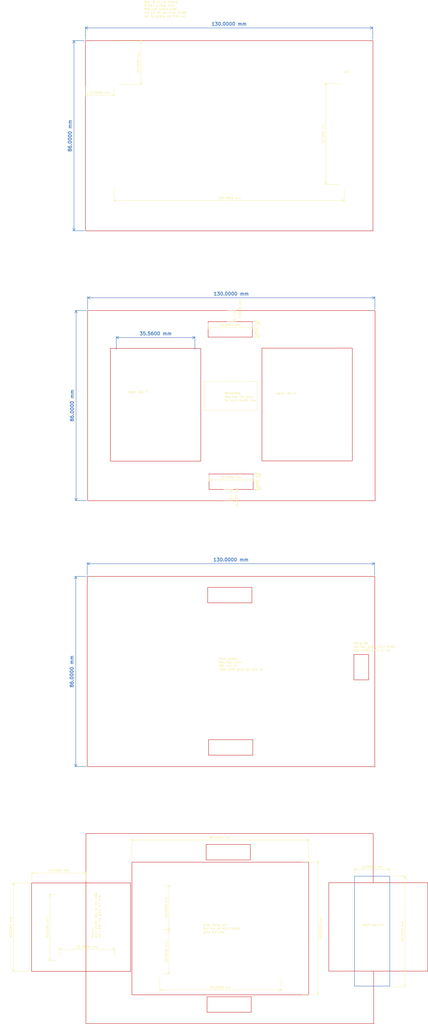
<source format=kicad_pcb>
(kicad_pcb (version 20221018) (generator pcbnew)
  (layers (0 "F.Cu" signal) (31 "B.Cu" signal) (34 "B.Paste" user) (35 "F.Paste" user) (36 "B.SilkS" user "B.Silkscreen") (37 "F.SilkS" user "F.Silkscreen") (38 "B.Mask" user) (39 "F.Mask" user) (44 "Edge.Cuts" user))
  (net 0 "")
  (footprint "MountingHole:MountingHole_3.5mm" (layer "F.Cu") (at -118.704 127.206)
    (fp_text reference "H4" hide)
    (fp_text value "MountingHole" hide)
    (pad "" np_thru_hole circle (at 0 0) (size 3.5 3.5) (drill 3.5) (layers "F&B.Cu" "*.Mask"))
  )
  (footprint "MountingHole:MountingHole_3.5mm" (layer "F.Cu") (at -50.964 4.946)
    (fp_text reference "H4" hide)
    (fp_text value "MountingHole" hide)
    (pad "" np_thru_hole circle (at 0 0) (size 3.5 3.5) (drill 3.5) (layers "F&B.Cu" "*.Mask"))
  )
  (footprint "MountingHole:MountingHole_3.5mm" (layer "F.Cu") (at -50.744 317.886)
    (fp_text reference "H2" hide)
    (fp_text value "MountingHole" hide)
    (pad "" np_thru_hole circle (at 0 0) (size 3.5 3.5) (drill 3.5) (layers "F&B.Cu" "*.Mask"))
  )
  (footprint "MountingHole:MountingHole_3.5mm" (layer "F.Cu") (at -154.09 127.2)
    (fp_text reference "H3" hide)
    (fp_text value "MountingHole" hide)
    (pad "" np_thru_hole circle (at 0 0) (size 3.5 3.5) (drill 3.5) (layers "F&B.Cu" "*.Mask"))
  )
  (footprint "MountingHole:MountingHole_3.5mm" (layer "F.Cu") (at -103 5.22)
    (fp_text reference "H3" hide)
    (fp_text value "MountingHole" hide)
    (pad "" np_thru_hole circle (at 0 0) (size 3.5 3.5) (drill 3.5) (layers "F&B.Cu" "*.Mask"))
  )
  (footprint "MountingHole:MountingHole_3.5mm" (layer "F.Cu") (at -155.06 5.14)
    (fp_text reference "H3" hide)
    (fp_text value "MountingHole" hide)
    (pad "" np_thru_hole circle (at 0 0) (size 3.5 3.5) (drill 3.5) (layers "F&B.Cu" "*.Mask"))
  )
  (footprint "MountingHole:MountingHole_3.5mm" (layer "F.Cu") (at -154.238 247.49)
    (fp_text reference "H3" hide)
    (fp_text value "MountingHole" hide)
    (pad "" np_thru_hole circle (at 0 0) (size 3.5 3.5) (drill 3.5) (layers "F&B.Cu" "*.Mask"))
  )
  (footprint "MountingHole:MountingHole_3.5mm" (layer "F.Cu") (at -49.994 127.006)
    (fp_text reference "H4" hide)
    (fp_text value "MountingHole" hide)
    (pad "" np_thru_hole circle (at 0 0) (size 3.5 3.5) (drill 3.5) (layers "F&B.Cu" "*.Mask"))
  )
  (footprint "MountingHole:MountingHole_3.5mm" (layer "F.Cu") (at -50.142 201.576)
    (fp_text reference "H2" hide)
    (fp_text value "MountingHole" hide)
    (pad "" np_thru_hole circle (at 0 0) (size 3.5 3.5) (drill 3.5) (layers "F&B.Cu" "*.Mask"))
  )
  (footprint "MountingHole:MountingHole_3.5mm" (layer "F.Cu") (at -155.06 -40.58)
    (fp_text reference "H1" hide)
    (fp_text value "MountingHole" hide)
    (pad "" np_thru_hole circle (at 0 0) (size 3.5 3.5) (drill 3.5) (layers "F&B.Cu" "*.Mask"))
  )
  (footprint "MountingHole:MountingHole_3.5mm" (layer "F.Cu") (at -143.848 238.44)
    (fp_text reference "H3" hide)
    (fp_text value "MountingHole" hide)
    (pad "" np_thru_hole circle (at 0 0) (size 3.5 3.5) (drill 3.5) (layers "F&B.Cu" "*.Mask"))
  )
  (footprint "MountingHole:MountingHole_3.5mm" (layer "F.Cu") (at -25.8 355.55)
    (fp_text reference "H2" hide)
    (fp_text value "MountingHole" hide)
    (pad "" np_thru_hole circle (at 0 0) (size 3.5 3.5) (drill 3.5) (layers "F&B.Cu" "*.Mask"))
  )
  (footprint "MountingHole:MountingHole_3.5mm" (layer "F.Cu") (at -49.994 81.286)
    (fp_text reference "H2" hide)
    (fp_text value "MountingHole" hide)
    (pad "" np_thru_hole circle (at 0 0) (size 3.5 3.5) (drill 3.5) (layers "F&B.Cu" "*.Mask"))
  )
  (footprint "" (layer "F.Cu") (at -143.848 208.315)
    (fp_text reference "" (at 0 0) (layer "F.SilkS") (effects (font (size 1.27 1.27))))
    (fp_text value "" (at 0 0) (layer "F.SilkS") (effects (font (size 1.27 1.27))))
    (pad "" np_thru_hole circle (at 0 0) (size 3.5 3.5) (drill 3.5) (layers "F&B.Cu" "*.Mask"))
  )
  (footprint "MountingHole:MountingHole_3.5mm" (layer "F.Cu") (at -154.84 363.8)
    (fp_text reference "H3" hide)
    (fp_text value "MountingHole" hide)
    (pad "" np_thru_hole circle (at 0 0) (size 3.5 3.5) (drill 3.5) (layers "F&B.Cu" "*.Mask"))
  )
  (footprint "MountingHole:MountingHole_3.5mm" (layer "F.Cu") (at -61.298 238.44)
    (fp_text reference "H2" hide)
    (fp_text value "MountingHole" hide)
    (pad "" np_thru_hole circle (at 0 0) (size 3.5 3.5) (drill 3.5) (layers "F&B.Cu" "*.Mask"))
  )
  (footprint "MountingHole:MountingHole_3.5mm" (layer "F.Cu") (at -179.9 356.2)
    (fp_text reference "H2" hide)
    (fp_text value "MountingHole" hide)
    (pad "" np_thru_hole circle (at 0 0) (size 3.5 3.5) (drill 3.5) (layers "F&B.Cu" "*.Mask"))
  )
  (footprint "MountingHole:MountingHole_3.5mm" (layer "F.Cu") (at -154.896 325.844)
    (fp_text reference "H2" hide)
    (fp_text value "MountingHole" hide)
    (pad "" np_thru_hole circle (at 0 0) (size 3.5 3.5) (drill 3.5) (layers "F&B.Cu" "*.Mask"))
  )
  (footprint "MountingHole:MountingHole_3.5mm" (layer "F.Cu") (at -79.5 362.02)
    (fp_text reference "H3" hide)
    (fp_text value "MountingHole" hide)
    (pad "" np_thru_hole circle (at 0 0) (size 3.5 3.5) (drill 3.5) (layers "F&B.Cu" "*.Mask"))
  )
  (footprint "MountingHole:MountingHole_3.5mm" (layer "F.Cu") (at -154.09 81.48)
    (fp_text reference "H1" hide)
    (fp_text value "MountingHole" hide)
    (pad "" np_thru_hole circle (at 0 0) (size 3.5 3.5) (drill 3.5) (layers "F&B.Cu" "*.Mask"))
  )
  (footprint "MountingHole:MountingHole_3.5mm" (layer "F.Cu") (at -50.142 247.296)
    (fp_text reference "H4" hide)
    (fp_text value "MountingHole" hide)
    (pad "" np_thru_hole circle (at 0 0) (size 3.5 3.5) (drill 3.5) (layers "F&B.Cu" "*.Mask"))
  )
  (footprint "MountingHole:MountingHole_3.5mm" (layer "F.Cu") (at -50.964 -40.774)
    (fp_text reference "H2" hide)
    (fp_text value "MountingHole" hide)
    (pad "" np_thru_hole circle (at 0 0) (size 3.5 3.5) (drill 3.5) (layers "F&B.Cu" "*.Mask"))
  )
  (footprint "MountingHole:MountingHole_3.5mm" (layer "F.Cu") (at -50.104 81.336)
    (fp_text reference "H2" hide)
    (fp_text value "MountingHole" hide)
    (pad "" np_thru_hole circle (at 0 0) (size 3.5 3.5) (drill 3.5) (layers "F&B.Cu" "*.Mask"))
  )
  (footprint "MountingHole:MountingHole_3.5mm" (layer "F.Cu") (at -51.1 -17.68)
    (fp_text reference "H4" hide)
    (fp_text value "MountingHole" hide)
    (pad "" np_thru_hole circle (at 0 0) (size 3.5 3.5) (drill 3.5) (layers "F&B.Cu" "*.Mask"))
  )
  (footprint "MountingHole:MountingHole_3.5mm" (layer "F.Cu") (at -154.896 355.844)
    (fp_text reference "H2" hide)
    (fp_text value "MountingHole" hide)
    (pad "" np_thru_hole circle (at 0 0) (size 3.5 3.5) (drill 3.5) (layers "F&B.Cu" "*.Mask"))
  )
  (footprint "" (layer "F.Cu") (at -94 96.600001)
    (fp_text reference "" (at 0 0) (layer "F.SilkS") (effects (font (size 1.27 1.27))))
    (fp_text value "" (at 0 0) (layer "F.SilkS") (effects (font (size 1.27 1.27))))
    (pad "" np_thru_hole circle (at 0 0) (size 3.5 3.5) (drill 3.5) (layers "F&B.Cu" "*.Mask"))
  )
  (footprint "" (layer "F.Cu") (at -110 96.800001)
    (fp_text reference "" (at 0 0) (layer "F.SilkS") (effects (font (size 1.27 1.27))))
    (fp_text value "" (at 0 0) (layer "F.SilkS") (effects (font (size 1.27 1.27))))
    (pad "" np_thru_hole circle (at 0 0) (size 3.5 3.5) (drill 3.5) (layers "F&B.Cu" "*.Mask"))
  )
  (footprint "MountingHole:MountingHole_3.5mm" (layer "F.Cu") (at -50.8 355.65)
    (fp_text reference "H2" hide)
    (fp_text value "MountingHole" hide)
    (pad "" np_thru_hole circle (at 0 0) (size 3.5 3.5) (drill 3.5) (layers "F&B.Cu" "*.Mask"))
  )
  (footprint "MountingHole:MountingHole_3.5mm" (layer "F.Cu") (at -155.1 -17.68)
    (fp_text reference "H4" hide)
    (fp_text value "MountingHole" hide)
    (pad "" np_thru_hole circle (at 0 0) (size 3.5 3.5) (drill 3.5) (layers "F&B.Cu" "*.Mask"))
  )
  (footprint "MountingHole:MountingHole_3.5mm" (layer "F.Cu") (at -154.84 318.08)
    (fp_text reference "H1" hide)
    (fp_text value "MountingHole" hide)
    (pad "" np_thru_hole circle (at 0 0) (size 3.5 3.5) (drill 3.5) (layers "F&B.Cu" "*.Mask"))
  )
  (footprint "MountingHole:MountingHole_3.5mm" (layer "F.Cu") (at -25.8 325.55)
    (fp_text reference "H2" hide)
    (fp_text value "MountingHole" hide)
    (pad "" np_thru_hole circle (at 0 0) (size 3.5 3.5) (drill 3.5) (layers "F&B.Cu" "*.Mask"))
  )
  (footprint "MountingHole:MountingHole_3.5mm" (layer "F.Cu") (at -79.7 320.28)
    (fp_text reference "H1" hide)
    (fp_text value "MountingHole" hide)
    (pad "" np_thru_hole circle (at 0 0) (size 3.5 3.5) (drill 3.5) (layers "F&B.Cu" "*.Mask"))
  )
  (footprint "MountingHole:MountingHole_3.5mm" (layer "F.Cu") (at -134.6 322.08)
    (fp_text reference "H1" hide)
    (fp_text value "MountingHole" hide)
    (pad "" np_thru_hole circle (at 0 0) (size 3.5 3.5) (drill 3.5) (layers "F&B.Cu" "*.Mask"))
  )
  (footprint "MountingHole:MountingHole_3.5mm" (layer "F.Cu") (at -103 -40.5)
    (fp_text reference "H1" hide)
    (fp_text value "MountingHole" hide)
    (pad "" np_thru_hole circle (at 0 0) (size 3.5 3.5) (drill 3.5) (layers "F&B.Cu" "*.Mask"))
  )
  (footprint "MountingHole:MountingHole_3.5mm" (layer "F.Cu") (at -79.5 342)
    (fp_text reference "H3" hide)
    (fp_text value "MountingHole" hide)
    (pad "" np_thru_hole circle (at 0 0) (size 3.5 3.5) (drill 3.5) (layers "F&B.Cu" "*.Mask"))
  )
  (footprint "MountingHole:MountingHole_3.5mm" (layer "F.Cu") (at -85.664 81.386)
    (fp_text reference "H1" hide)
    (fp_text value "MountingHole" hide)
    (pad "" np_thru_hole circle (at 0 0) (size 3.5 3.5) (drill 3.5) (layers "F&B.Cu" "*.Mask"))
  )
  (footprint "MountingHole:MountingHole_3.5mm" (layer "F.Cu") (at -143.848 208.315)
    (fp_text reference "H4" hide)
    (fp_text value "MountingHole" hide)
    (pad "" np_thru_hole circle (at 0 0) (size 3.5 3.5) (drill 3.5) (layers "F&B.Cu" "*.Mask"))
  )
  (footprint "MountingHole:MountingHole_3.5mm" (layer "F.Cu") (at -134.6 362.12)
    (fp_text reference "H3" hide)
    (fp_text value "MountingHole" hide)
    (pad "" np_thru_hole circle (at 0 0) (size 3.5 3.5) (drill 3.5) (layers "F&B.Cu" "*.Mask"))
  )
  (footprint "MountingHole:MountingHole_3.5mm" (layer "F.Cu") (at -154.238 201.77)
    (fp_text reference "H1" hide)
    (fp_text value "MountingHole" hide)
    (pad "" np_thru_hole circle (at 0 0) (size 3.5 3.5) (drill 3.5) (layers "F&B.Cu" "*.Mask"))
  )
  (footprint "MountingHole:MountingHole_3.5mm" (layer "F.Cu") (at -179.9 326.2)
    (fp_text reference "H2" hide)
    (fp_text value "MountingHole" hide)
    (pad "" np_thru_hole circle (at 0 0) (size 3.5 3.5) (drill 3.5) (layers "F&B.Cu" "*.Mask"))
  )
  (footprint "MountingHole:MountingHole_3.5mm" (layer "F.Cu") (at -118.704 81.486)
    (fp_text reference "H2" hide)
    (fp_text value "MountingHole" hide)
    (pad "" np_thru_hole circle (at 0 0) (size 3.5 3.5) (drill 3.5) (layers "F&B.Cu" "*.Mask"))
  )
  (footprint "MountingHole:MountingHole_3.5mm" (layer "F.Cu") (at -134.6 342.1)
    (fp_text reference "H3" hide)
    (fp_text value "MountingHole" hide)
    (pad "" np_thru_hole circle (at 0 0) (size 3.5 3.5) (drill 3.5) (layers "F&B.Cu" "*.Mask"))
  )
  (footprint "MountingHole:MountingHole_3.5mm" (layer "F.Cu") (at -103.04 -17.6)
    (fp_text reference "H4" hide)
    (fp_text value "MountingHole" hide)
    (pad "" np_thru_hole circle (at 0 0) (size 3.5 3.5) (drill 3.5) (layers "F&B.Cu" "*.Mask"))
  )
  (footprint "MountingHole:MountingHole_3.5mm" (layer "F.Cu") (at -50.8 325.65)
    (fp_text reference "H2" hide)
    (fp_text value "MountingHole" hide)
    (pad "" np_thru_hole circle (at 0 0) (size 3.5 3.5) (drill 3.5) (layers "F&B.Cu" "*.Mask"))
  )
  (footprint "MountingHole:MountingHole_3.5mm" (layer "F.Cu") (at -85.664 127.106)
    (fp_text reference "H3" hide)
    (fp_text value "MountingHole" hide)
    (pad "" np_thru_hole circle (at 0 0) (size 3.5 3.5) (drill 3.5) (layers "F&B.Cu" "*.Mask"))
  )
  (footprint "MountingHole:MountingHole_3.5mm" (layer "F.Cu") (at -50.744 363.606)
    (fp_text reference "H4" hide)
    (fp_text value "MountingHole" hide)
    (pad "" np_thru_hole circle (at 0 0) (size 3.5 3.5) (drill 3.5) (layers "F&B.Cu" "*.Mask"))
  )
  (footprint "MountingHole:MountingHole_3.5mm" (layer "F.Cu") (at -61.298 208.315)
    (fp_text reference "H1" hide)
    (fp_text value "MountingHole" hide)
    (pad "" np_thru_hole circle (at 0 0) (size 3.5 3.5) (drill 3.5) (layers "F&B.Cu" "*.Mask"))
  )
  (gr_rect (start -147.1 371.5) (end -67.1 311.5) (stroke (width 0.2)) (fill none) (layer "F.Cu"))
  (gr_rect (start -112.8 187.2) (end -92.8 194.2) (stroke (width 0.2)) (fill none) (layer "F.Cu"))
  (gr_line (start -167.15 61.95) (end -167.15 147.95) (stroke (width 0.2)) (layer "F.Cu"))
  (gr_line (start -167.298 182.24) (end -37.298 182.24) (stroke (width 0.2)) (layer "F.Cu"))
  (gr_line (start -167.298 182.24) (end -167.298 268.24) (stroke (width 0.2)) (layer "F.Cu"))
  (gr_rect (start -46.648 217.59) (end -39.948 229.04) (stroke (width 0.2)) (fill none) (layer "F.Cu"))
  (gr_rect (start -192.5 320.9) (end -147.7 360.9) (stroke (width 0.2)) (fill none) (layer "F.Cu"))
  (gr_rect (start -88.25 79) (end -47.35 130) (stroke (width 0.2)) (fill none) (layer "F.Cu"))
  (gr_rect (start -113.5 303.5) (end -93.5 310.5) (stroke (width 0.2)) (fill none) (layer "F.Cu"))
  (gr_line (start -167.098 268.29) (end -37.098 268.29) (stroke (width 0.2)) (layer "F.Cu"))
  (gr_rect (start -112.2 135.9) (end -92.2 142.9) (stroke (width 0.2)) (fill none) (layer "F.Cu"))
  (gr_rect (start -112.4 256.1) (end -92.4 263.1) (stroke (width 0.2)) (fill none) (layer "F.Cu"))
  (gr_rect (start -58 320.8) (end -13.2 360.8) (stroke (width 0.2)) (fill none) (layer "F.Cu"))
  (gr_line (start -168.12 -60.11) (end -168.12 25.89) (stroke (width 0.2)) (layer "F.Cu"))
  (gr_line (start -167.92 25.94) (end -37.92 25.94) (stroke (width 0.2)) (layer "F.Cu"))
  (gr_line (start -38.02 -60.06) (end -38.02 25.94) (stroke (width 0.2)) (layer "F.Cu"))
  (gr_line (start -37.05 62) (end -37.05 148) (stroke (width 0.2)) (layer "F.Cu"))
  (gr_line (start -167.7 384.6) (end -37.7 384.6) (stroke (width 0.2)) (layer "F.Cu"))
  (gr_line (start -167.15 61.95) (end -37.15 61.95) (stroke (width 0.2)) (layer "F.Cu"))
  (gr_line (start -37.198 182.29) (end -37.198 268.29) (stroke (width 0.2)) (layer "F.Cu"))
  (gr_line (start -37.9 298.55) (end -37.9 320.8) (stroke (width 0.2)) (layer "F.Cu"))
  (gr_line (start -167.9 298.55) (end -37.9 298.55) (stroke (width 0.2)) (layer "F.Cu"))
  (gr_line (start -167.9 298.55) (end -167.9 384.55) (stroke (width 0.2)) (layer "F.Cu"))
  (gr_rect (start -156.85 79.1) (end -115.95 130.1) (stroke (width 0.2)) (fill none) (layer "F.Cu"))
  (gr_line (start -168.12 -60.11) (end -38.12 -60.11) (stroke (width 0.2)) (layer "F.Cu"))
  (gr_rect (start -113.1 372.4) (end -93.1 379.4) (stroke (width 0.2)) (fill none) (layer "F.Cu"))
  (gr_line (start -166.95 148) (end -36.95 148) (stroke (width 0.2)) (layer "F.Cu"))
  (gr_rect (start -112.6 67) (end -92.6 74) (stroke (width 0.2)) (fill none) (layer "F.Cu"))
  (gr_line (start -37.7 384.6) (end -37.7 360.8) (stroke (width 0.2)) (layer "F.Cu"))
  (gr_rect (start -46.4 317.85) (end -30.4 367.55) (stroke (width 0.2)) (fill none) (layer "B.Cu"))
  (gr_rect (start -114.4 94.1) (end -90.4 107) (stroke (width 0.15)) (fill none) (layer "F.SilkS"))
  (gr_text "mạch cầu H" (at -82.2 100) (layer "F.SilkS") (effects (font (size 1 1)) (justify left bottom)))
  (gr_text "khay đựng pin\nĐạt tra lại kích thước\ngiúp tui nha" (at -114.9 343.7) (layer "F.SilkS") (effects (font (size 1 1)) (justify left bottom)))
  (gr_text "m3" (at -51.3 -45.38) (layer "F.SilkS") (effects (font (size 1 1)) (justify left bottom)))
  (gr_text "Đạt vẽ từ cái board\nở trên xuống nha.\nMấy cái board dưới\nmà tui hk ghi kích thước\ntại nó giống cái trên ak" (at -141.6 -70.6) (layer "F.SilkS") (effects (font (size 1 1)) (justify left bottom)))
  (gr_text "MPU6050\nNày Đạt tra giúp\ntui kích thước nha\n" (at -105.2 103.2) (layer "F.SilkS") (effects (font (size 1 1)) (justify left bottom)))
  (gr_text "Công tắc\ncái này giống kích thước\ncủa chiếc xe a Trí ak" (at -46.898 216.24) (layer "F.SilkS") (effects (font (size 1 1)) (justify left bottom)))
  (gr_text "mạch cầu H" (at -149.2 99.4) (layer "F.SilkS") (effects (font (size 1 1)) (justify left bottom)))
  (gr_text "Main board \nNày Đạt canh \nđặt cho nó \nngay giữa giúp tui nha :))" (at -107.898 224.84) (layer "F.SilkS") (effects (font (size 1 1)) (justify left bottom)))
  (gr_text "motor\nkích thước này tui hk chắc\ncó j Đạt tra giúp tui nha\n" (at -161.2 345.8 90) (layer "F.SilkS") (effects (font (size 1 1)) (justify left bottom)))
  (gr_text "mạch sạc pin" (at -43.3 340.4) (layer "F.SilkS") (effects (font (size 1 1)) (justify left bottom)))
  (dimension (type aligned) (layer "B.Cu") (pts (xy -167.298 182.24) (xy -37.298 182.24)) (height -5.75) (gr_text "130.0000 mm" (at -102.298 174.69) (layer "B.Cu") (effects (font (size 1.5 1.5) (thickness 0.3)))) (format (prefix "") (suffix "") (units 3) (units_format 1) (precision 4)) (style (thickness 0.2) (arrow_length 1.27) (text_position_mode 0) (extension_height 0.58642) (extension_offset 0.5) keep_text_aligned))
  (dimension (type aligned) (layer "B.Cu") (pts (xy -167.298 182.24) (xy -167.298 268.24)) (height 5.2) (gr_text "86.0000 mm" (at -174.298 225.24 90) (layer "B.Cu") (effects (font (size 1.5 1.5) (thickness 0.3)))) (format (prefix "") (suffix "") (units 3) (units_format 1) (precision 4)) (style (thickness 0.2) (arrow_length 1.27) (text_position_mode 0) (extension_height 0.58642) (extension_offset 0.5) keep_text_aligned))
  (dimension (type aligned) (layer "B.Cu") (pts (xy -167.15 61.95) (xy -167.15 147.95)) (height 5.2) (gr_text "86.0000 mm" (at -174.15 104.95 90) (layer "B.Cu") (effects (font (size 1.5 1.5) (thickness 0.3)))) (format (prefix "") (suffix "") (units 3) (units_format 1) (precision 4)) (style (thickness 0.2) (arrow_length 1.27) (text_position_mode 0) (extension_height 0.58642) (extension_offset 0.5) keep_text_aligned))
  (dimension (type aligned) (layer "B.Cu") (pts (xy -167.15 61.95) (xy -37.15 61.95)) (height -5.75) (gr_text "130.0000 mm" (at -102.15 54.4) (layer "B.Cu") (effects (font (size 1.5 1.5) (thickness 0.3)))) (format (prefix "") (suffix "") (units 3) (units_format 1) (precision 4)) (style (thickness 0.2) (arrow_length 1.27) (text_position_mode 0) (extension_height 0.58642) (extension_offset 0.5) keep_text_aligned))
  (dimension (type aligned) (layer "B.Cu") (pts (xy -168.12 -60.11) (xy -38.12 -60.11)) (height -5.75) (gr_text "130.0000 mm" (at -103.12 -67.66) (layer "B.Cu") (effects (font (size 1.5 1.5) (thickness 0.3)))) (format (prefix "") (suffix "") (units 3) (units_format 1) (precision 4)) (style (thickness 0.2) (arrow_length 1.27) (text_position_mode 0) (extension_height 0.58642) (extension_offset 0.5) keep_text_aligned))
  (dimension (type aligned) (layer "B.Cu") (pts (xy -168.12 -60.11) (xy -168.12 25.89)) (height 5.2) (gr_text "86.0000 mm" (at -175.12 -17.11 90) (layer "B.Cu") (effects (font (size 1.5 1.5) (thickness 0.3)))) (format (prefix "") (suffix "") (units 3) (units_format 1) (precision 4)) (style (thickness 0.2) (arrow_length 1.27) (text_position_mode 0) (extension_height 0.58642) (extension_offset 0.5) keep_text_aligned))
  (dimension (type aligned) (layer "B.Cu") (pts (xy -154.16 82.006) (xy -118.6 82.006)) (height -7.806) (gr_text "35.5600 mm" (at -136.38 72.4) (layer "B.Cu") (effects (font (size 1.5 1.5) (thickness 0.3)))) (format (prefix "") (suffix "") (units 3) (units_format 1) (precision 4)) (style (thickness 0.2) (arrow_length 1.27) (text_position_mode 0) (extension_height 0.58642) (extension_offset 0.5) keep_text_aligned))
  (dimension (type aligned) (layer "F.SilkS") (pts (xy -155.06 5.14) (xy -50.964 5.14)) (height 7.079999) (gr_text "104.0960 mm" (at -103.012 11.069999) (layer "F.SilkS") (effects (font (size 1 1) (thickness 0.15)))) (format (prefix "") (suffix "") (units 3) (units_format 1) (precision 4)) (style (thickness 0.15) (arrow_length 1.27) (text_position_mode 0) (extension_height 0.58642) (extension_offset 0.5) keep_text_aligned))
  (dimension (type aligned) (layer "F.SilkS") (pts (xy -104.6 62) (xy -104.6 67)) (height -4.1) (gr_text "5.0000 mm" (at -98.167039 61.017039 90) (layer "F.SilkS") (effects (font (size 1 1) (thickness 0.15)))) (format (prefix "") (suffix "") (units 3) (units_format 1) (precision 4)) (style (thickness 0.15) (arrow_length 1.27) (text_position_mode 2) (extension_height 0.58642) (extension_offset 0.5) keep_text_aligned))
  (dimension (type aligned) (layer "F.SilkS") (pts (xy -192.4 320.5) (xy -167.9 320.5)) (height -4.1) (gr_text "24.5000 mm" (at -180.15 315.25) (layer "F.SilkS") (effects (font (size 1 1) (thickness 0.15)))) (format (prefix "") (suffix "") (units 3) (units_format 1) (precision 4)) (style (thickness 0.15) (arrow_length 1.27) (text_position_mode 0) (extension_height 0.58642) (extension_offset 0.5) keep_text_aligned))
  (dimension (type aligned) (layer "F.SilkS") (pts (xy -106.1 142.9) (xy -106.1 147.9)) (height -4.1) (gr_text "5.0000 mm" (at -99.667039 146.2 90) (layer "F.SilkS") (effects (font (size 1 1) (thickness 0.15)))) (format (prefix "") (suffix "") (units 3) (units_format 1) (precision 4)) (style (thickness 0.15) (arrow_length 1.27) (text_position_mode 2) (extension_height 0.58642) (extension_offset 0.5) keep_text_aligned))
  (dimension (type aligned) (layer "F.SilkS") (pts (xy -135.1 342) (xy -135.1 362)) (height -4.7) (gr_text "20.0000 mm" (at -131.55 352 90) (layer "F.SilkS") (effects (font (size 1 1) (thickness 0.15)))) (format (prefix "") (suffix "") (units 3) (units_format 1) (precision 4)) (style (thickness 0.15) (arrow_length 1.27) (text_position_mode 0) (extension_height 0.58642) (extension_offset 0.5) keep_text_aligned))
  (dimension (type aligned) (layer "F.SilkS") (pts (xy -147.1 311.5) (xy -67.1 311.5)) (height -10) (gr_text "80.0000 mm" (at -107.1 300.35) (layer "F.SilkS") (effects (font (size 1 1) (thickness 0.15)))) (format (prefix "") (suffix "") (units 3) (units_format 1) (precision 4)) (style (thickness 0.15) (arrow_length 1.27) (text_position_mode 0) (extension_height 0.58642) (extension_offset 0.5) keep_text_aligned))
  (dimension (type aligned) (layer "F.SilkS") (pts (xy -30.7 317.85) (xy -30.7 367.85)) (height -7.2) (gr_text "50.0000 mm" (at -24.65 342.85 90) (layer "F.SilkS") (effects (font (size 1 1) (thickness 0.15)))) (format (prefix "") (suffix "") (units 3) (units_format 1) (precision 4)) (style (thickness 0.15) (arrow_length 1.27) (text_position_mode 0) (extension_height 0.58642) (extension_offset 0.5) keep_text_aligned))
  (dimension (type aligned) (layer "F.SilkS") (pts (xy -134.5 361.28) (xy -79.5 361.28)) (height 8.02) (gr_text "55.0000 mm" (at -107 368.15) (layer "F.SilkS") (effects (font (size 1 1) (thickness 0.15)))) (format (prefix "") (suffix "") (units 3) (units_format 1) (precision 4)) (style (thickness 0.15) (arrow_length 1.27) (text_position_mode 0) (extension_height 0.58642) (extension_offset 0.5) keep_text_aligned))
  (dimension (type aligned) (layer "F.SilkS") (pts (xy -46.4 318.35) (xy -30.4 318.35)) (height -3.6) (gr_text "16.0000 mm" (at -38.4 313.6) (layer "F.SilkS") (effects (font (size 1 1) (thickness 0.15)))) (format (prefix "") (suffix "") (units 3) (units_format 1) (precision 4)) (style (thickness 0.15) (arrow_length 1.27) (text_position_mode 0) (extension_height 0.58642) (extension_offset 0.5) keep_text_aligned))
  (dimension (type aligned) (layer "F.SilkS") (pts (xy -92.6 67) (xy -92.6 74)) (height -2.9) (gr_text "7.0000 mm" (at -90.85 70.5 90) (layer "F.SilkS") (effects (font (size 1 1) (thickness 0.15)))) (format (prefix "") (suffix "") (units 3) (units_format 1) (precision 4)) (style (thickness 0.15) (arrow_length 1.27) (text_position_mode 0) (extension_height 0.58642) (extension_offset 0.5) keep_text_aligned))
  (dimension (type aligned) (layer "F.SilkS") (pts (xy -50.964 -40.774) (xy -50.964 4.946)) (height 8.376) (gr_text "45.7200 mm" (at -60.49 -17.914 90) (layer "F.SilkS") (effects (font (size 1 1) (thickness 0.15)))) (format (prefix "") (suffix "") (units 3) (units_format 1) (precision 4)) (style (thickness 0.15) (arrow_length 1.27) (text_position_mode 0) (extension_height 0.58642) (extension_offset 0.5) keep_text_aligned))
  (dimension (type aligned) (layer "F.SilkS") (pts (xy -135.1 322) (xy -135.1 342)) (height -4.7) (gr_text "20.0000 mm" (at -131.55 332 90) (layer "F.SilkS") (effects (font (size 1 1) (thickness 0.15)))) (format (prefix "") (suffix "") (units 3) (units_format 1) (precision 4)) (style (thickness 0.15) (arrow_length 1.27) (text_position_mode 0) (extension_height 0.58642) (extension_offset 0.5) keep_text_aligned))
  (dimension (type aligned) (layer "F.SilkS") (pts (xy -70.8 311.4) (xy -70.8 371.4)) (height -7.9) (gr_text "60.0000 mm" (at -61.8 341.4 90) (layer "F.SilkS") (effects (font (size 1 1) (thickness 0.15)))) (format (prefix "") (suffix "") (units 3) (units_format 1) (precision 4)) (style (thickness 0.15) (arrow_length 1.27) (text_position_mode 2) (extension_height 0.58642) (extension_offset 0.5) keep_text_aligned))
  (dimension (type aligned) (layer "F.SilkS") (pts (xy -92.2 135.9) (xy -92.2 142.9)) (height -2.9) (gr_text "7.0000 mm" (at -90.45 139.4 90) (layer "F.SilkS") (effects (font (size 1 1) (thickness 0.15)))) (format (prefix "") (suffix "") (units 3) (units_format 1) (precision 4)) (style (thickness 0.15) (arrow_length 1.27) (text_position_mode 0) (extension_height 0.58642) (extension_offset 0.5) keep_text_aligned))
  (dimension (type aligned) (layer "F.SilkS") (pts (xy -92.2 135.9) (xy -112.2 135.9)) (height -2.7) (gr_text "20.0000 mm" (at -102.2 137.45) (layer "F.SilkS") (effects (font (size 1 1) (thickness 0.15)))) (format (prefix "") (suffix "") (units 3) (units_format 1) (precision 4)) (style (thickness 0.15) (arrow_length 1.27) (text_position_mode 0) (extension_height 0.58642) (extension_offset 0.5) keep_text_aligned))
  (dimension (type aligned) (layer "F.SilkS") (pts (xy -180.3 326.1) (xy -180.3 356.1)) (height 3.9) (gr_text "30.0000 mm" (at -185.35 341.1 90) (layer "F.SilkS") (effects (font (size 1 1) (thickness 0.15)))) (format (prefix "") (suffix "") (units 3) (units_format 1) (precision 4)) (style (thickness 0.15) (arrow_length 1.27) (text_position_mode 0) (extension_height 0.58642) (extension_offset 0.5) keep_text_aligned))
  (dimension (type aligned) (layer "F.SilkS") (pts (xy -179.9 356.6) (xy -154.9 356.6)) (height -5.7) (gr_text "25.0000 mm" (at -167.4 349.75) (layer "F.SilkS") (effects (font (size 1 1) (thickness 0.15)))) (format (prefix "") (suffix "") (units 3) (units_format 1) (precision 4)) (style (thickness 0.15) (arrow_length 1.27) (text_position_mode 0) (extension_height 0.58642) (extension_offset 0.5) keep_text_aligned))
  (dimension (type aligned) (layer "F.SilkS") (pts (xy -155.2 -40.3) (xy -168.2 -40.3)) (height -4.9) (gr_text "13.0000 mm" (at -161.7 -36.55) (layer "F.SilkS") (effects (font (size 1 1) (thickness 0.15)))) (format (prefix "") (suffix "") (units 3) (units_format 1) (precision 4)) (style (thickness 0.15) (arrow_length 1.27) (text_position_mode 0) (extension_height 0.58642) (extension_offset 0.5) keep_text_aligned))
  (dimension (type aligned) (layer "F.SilkS") (pts (xy -92.6 67) (xy -112.6 67)) (height -2.7) (gr_text "20.0000 mm" (at -102.6 68.55) (layer "F.SilkS") (effects (font (size 1 1) (thickness 0.15)))) (format (prefix "") (suffix "") (units 3) (units_format 1) (precision 4)) (style (thickness 0.15) (arrow_length 1.27) (text_position_mode 0) (extension_height 0.58642) (extension_offset 0.5) keep_text_aligned))
  (dimension (type aligned) (layer "F.SilkS") (pts (xy -155.2 -60.3) (xy -155.2 -40.3)) (height -12.2) (gr_text "20.0000 mm" (at -144.15 -50.3 90) (layer "F.SilkS") (effects (font (size 1 1) (thickness 0.15)))) (format (prefix "") (suffix "") (units 3) (units_format 1) (precision 4)) (style (thickness 0.15) (arrow_length 1.27) (text_position_mode 0) (extension_height 0.58642) (extension_offset 0.5) keep_text_aligned))
  (dimension (type aligned) (layer "F.SilkS") (pts (xy -192.2 360.9) (xy -192.2 320.9)) (height -8.5) (gr_text "40.0000 mm" (at -201.85 340.9 90) (layer "F.SilkS") (effects (font (size 1 1) (thickness 0.15)))) (format (prefix "") (suffix "") (units 3) (units_format 1) (precision 4)) (style (thickness 0.15) (arrow_length 1.27) (text_position_mode 0) (extension_height 0.58642) (extension_offset 0.5) keep_text_aligned))
)
</source>
